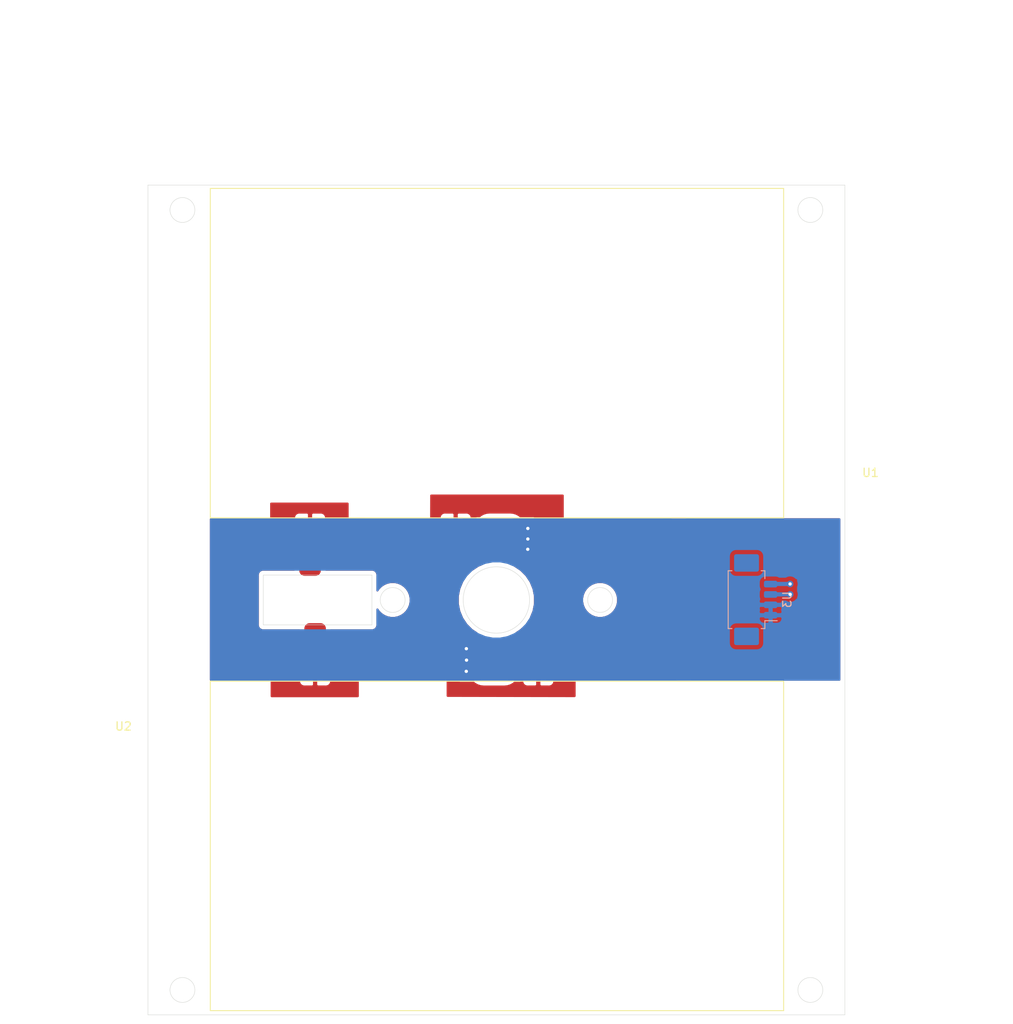
<source format=kicad_pcb>
(kicad_pcb (version 20171130) (host pcbnew "(5.1.9-0-10_14)")

  (general
    (thickness 1.6)
    (drawings 27)
    (tracks 24)
    (zones 0)
    (modules 3)
    (nets 3)
  )

  (page A4)
  (title_block
    (title "OwlSat Solar Panel (X/Y no RBF)")
    (date 2021-08-12)
    (rev 4)
    (company "SEDS Rice")
    (comment 1 "See \"OwlSat Solar Panel (X/Y with RBF)\" for PCB with RBF pin.")
    (comment 2 "See \"OwlSat Solar Panel (Z) for Z-face PCB.")
  )

  (layers
    (0 F.Cu signal)
    (31 B.Cu signal)
    (32 B.Adhes user)
    (33 F.Adhes user)
    (34 B.Paste user)
    (35 F.Paste user)
    (36 B.SilkS user)
    (37 F.SilkS user)
    (38 B.Mask user)
    (39 F.Mask user)
    (40 Dwgs.User user)
    (41 Cmts.User user)
    (42 Eco1.User user)
    (43 Eco2.User user)
    (44 Edge.Cuts user)
    (45 Margin user)
    (46 B.CrtYd user)
    (47 F.CrtYd user)
    (48 B.Fab user)
    (49 F.Fab user)
  )

  (setup
    (last_trace_width 0.25)
    (user_trace_width 0.5)
    (trace_clearance 0.2)
    (zone_clearance 0.508)
    (zone_45_only no)
    (trace_min 0.2)
    (via_size 0.8)
    (via_drill 0.4)
    (via_min_size 0.4)
    (via_min_drill 0.3)
    (uvia_size 0.3)
    (uvia_drill 0.1)
    (uvias_allowed no)
    (uvia_min_size 0.2)
    (uvia_min_drill 0.1)
    (edge_width 0.05)
    (segment_width 0.2)
    (pcb_text_width 0.3)
    (pcb_text_size 1.5 1.5)
    (mod_edge_width 0.12)
    (mod_text_size 1 1)
    (mod_text_width 0.15)
    (pad_size 1.524 1.524)
    (pad_drill 0.762)
    (pad_to_mask_clearance 0)
    (aux_axis_origin 0 0)
    (visible_elements FFFFFF7F)
    (pcbplotparams
      (layerselection 0x010fc_ffffffff)
      (usegerberextensions true)
      (usegerberattributes true)
      (usegerberadvancedattributes true)
      (creategerberjobfile true)
      (excludeedgelayer true)
      (linewidth 0.100000)
      (plotframeref false)
      (viasonmask false)
      (mode 1)
      (useauxorigin false)
      (hpglpennumber 1)
      (hpglpenspeed 20)
      (hpglpendiameter 15.000000)
      (psnegative false)
      (psa4output false)
      (plotreference true)
      (plotvalue true)
      (plotinvisibletext false)
      (padsonsilk false)
      (subtractmaskfromsilk false)
      (outputformat 1)
      (mirror false)
      (drillshape 0)
      (scaleselection 1)
      (outputdirectory "OwlSat_X:Y_USB/"))
  )

  (net 0 "")
  (net 1 "Net-(U1-Pad1)")
  (net 2 "Net-(U1-Pad2)")

  (net_class Default "This is the default net class."
    (clearance 0.2)
    (trace_width 0.25)
    (via_dia 0.8)
    (via_drill 0.4)
    (uvia_dia 0.3)
    (uvia_drill 0.1)
    (add_net "Net-(U1-Pad1)")
    (add_net "Net-(U1-Pad2)")
  )

  (module Battery:Spectrolab_XTE-SF_Solar_Cell (layer F.Cu) (tedit 60EDEB11) (tstamp 61155376)
    (at 183.23 85.01 180)
    (path /611554CA)
    (fp_text reference U1 (at -10.47 5.44) (layer F.SilkS)
      (effects (font (size 1 1) (thickness 0.15)))
    )
    (fp_text value Spectrolab_XTE-SF_Solar_Cells (at -13.44 -5.52) (layer F.Fab)
      (effects (font (size 1 1) (thickness 0.15)))
    )
    (fp_line (start 0 0) (end 69.1 0) (layer F.SilkS) (width 0.12))
    (fp_line (start 69.1 0) (end 69.1 39.7) (layer F.SilkS) (width 0.12))
    (fp_line (start 69.1 39.7) (end 0 39.7) (layer F.SilkS) (width 0.12))
    (fp_line (start 0 39.7) (end 0 0) (layer F.SilkS) (width 0.12))
    (pad 4 smd roundrect (at 57.08 -3.5 180) (size 2.6 7) (layers F.Cu F.Paste F.Mask) (roundrect_rratio 0.25)
      (net 1 "Net-(U1-Pad1)"))
    (pad 3 smd roundrect (at 39.53 -3.5 180) (size 2.6 7) (layers F.Cu F.Paste F.Mask) (roundrect_rratio 0.25)
      (net 1 "Net-(U1-Pad1)"))
    (pad 2 smd roundrect (at 34.2 -2.62 180) (size 5 5.25) (layers F.Cu F.Paste F.Mask) (roundrect_rratio 0.25)
      (net 2 "Net-(U1-Pad2)"))
    (pad 1 smd roundrect (at 12.63 -3.5 180) (size 2.6 7) (layers F.Cu F.Paste F.Mask) (roundrect_rratio 0.25)
      (net 1 "Net-(U1-Pad1)"))
  )

  (module Battery:Spectrolab_XTE-SF_Solar_Cell (layer F.Cu) (tedit 60EDEB11) (tstamp 61155382)
    (at 114.13 104.7)
    (path /6115468C)
    (fp_text reference U2 (at -10.47 5.44) (layer F.SilkS)
      (effects (font (size 1 1) (thickness 0.15)))
    )
    (fp_text value Spectrolab_XTE-SF_Solar_Cells (at -13.44 -5.52) (layer F.Fab)
      (effects (font (size 1 1) (thickness 0.15)))
    )
    (fp_line (start 0 39.7) (end 0 0) (layer F.SilkS) (width 0.12))
    (fp_line (start 69.1 39.7) (end 0 39.7) (layer F.SilkS) (width 0.12))
    (fp_line (start 69.1 0) (end 69.1 39.7) (layer F.SilkS) (width 0.12))
    (fp_line (start 0 0) (end 69.1 0) (layer F.SilkS) (width 0.12))
    (pad 1 smd roundrect (at 12.63 -3.5) (size 2.6 7) (layers F.Cu F.Paste F.Mask) (roundrect_rratio 0.25)
      (net 1 "Net-(U1-Pad1)"))
    (pad 2 smd roundrect (at 34.2 -2.62) (size 5 5.25) (layers F.Cu F.Paste F.Mask) (roundrect_rratio 0.25)
      (net 2 "Net-(U1-Pad2)"))
    (pad 3 smd roundrect (at 39.53 -3.5) (size 2.6 7) (layers F.Cu F.Paste F.Mask) (roundrect_rratio 0.25)
      (net 1 "Net-(U1-Pad1)"))
    (pad 4 smd roundrect (at 57.08 -3.5) (size 2.6 7) (layers F.Cu F.Paste F.Mask) (roundrect_rratio 0.25)
      (net 1 "Net-(U1-Pad1)"))
  )

  (module Connector_Molex:Molex_PicoBlade_53261-0471_1x04-1MP_P1.25mm_Horizontal (layer B.Cu) (tedit 5B78AD89) (tstamp 611553AB)
    (at 179.26 94.87 90)
    (descr "Molex PicoBlade series connector, 53261-0471 (http://www.molex.com/pdm_docs/sd/532610271_sd.pdf), generated with kicad-footprint-generator")
    (tags "connector Molex PicoBlade top entry")
    (path /6115C32C)
    (attr smd)
    (fp_text reference U3 (at 0 4.4 -90) (layer B.SilkS)
      (effects (font (size 1 1) (thickness 0.15)) (justify mirror))
    )
    (fp_text value PicoBlade_Connector (at 0 -3.8 -90) (layer B.Fab)
      (effects (font (size 1 1) (thickness 0.15)) (justify mirror))
    )
    (fp_line (start -3.375 1.6) (end 3.375 1.6) (layer B.Fab) (width 0.1))
    (fp_line (start -3.485 1.26) (end -3.485 1.71) (layer B.SilkS) (width 0.12))
    (fp_line (start -3.485 1.71) (end -2.535 1.71) (layer B.SilkS) (width 0.12))
    (fp_line (start -2.535 1.71) (end -2.535 3.2) (layer B.SilkS) (width 0.12))
    (fp_line (start 3.485 1.26) (end 3.485 1.71) (layer B.SilkS) (width 0.12))
    (fp_line (start 3.485 1.71) (end 2.535 1.71) (layer B.SilkS) (width 0.12))
    (fp_line (start -3.485 -2.26) (end -3.485 -2.71) (layer B.SilkS) (width 0.12))
    (fp_line (start -3.485 -2.71) (end 3.485 -2.71) (layer B.SilkS) (width 0.12))
    (fp_line (start 3.485 -2.71) (end 3.485 -2.26) (layer B.SilkS) (width 0.12))
    (fp_line (start -3.375 -2.6) (end 3.375 -2.6) (layer B.Fab) (width 0.1))
    (fp_line (start -3.375 1.6) (end -3.375 -2.6) (layer B.Fab) (width 0.1))
    (fp_line (start 3.375 1.6) (end 3.375 -2.6) (layer B.Fab) (width 0.1))
    (fp_line (start -3.375 0.6) (end -4.875 0.6) (layer B.Fab) (width 0.1))
    (fp_line (start -4.875 0.6) (end -5.075 0.4) (layer B.Fab) (width 0.1))
    (fp_line (start -5.075 0.4) (end -5.075 -1.4) (layer B.Fab) (width 0.1))
    (fp_line (start -5.075 -1.4) (end -4.875 -1.6) (layer B.Fab) (width 0.1))
    (fp_line (start -4.875 -1.6) (end -4.875 -2.2) (layer B.Fab) (width 0.1))
    (fp_line (start -4.875 -2.2) (end -3.375 -2.2) (layer B.Fab) (width 0.1))
    (fp_line (start 3.375 0.6) (end 4.875 0.6) (layer B.Fab) (width 0.1))
    (fp_line (start 4.875 0.6) (end 5.075 0.4) (layer B.Fab) (width 0.1))
    (fp_line (start 5.075 0.4) (end 5.075 -1.4) (layer B.Fab) (width 0.1))
    (fp_line (start 5.075 -1.4) (end 4.875 -1.6) (layer B.Fab) (width 0.1))
    (fp_line (start 4.875 -1.6) (end 4.875 -2.2) (layer B.Fab) (width 0.1))
    (fp_line (start 4.875 -2.2) (end 3.375 -2.2) (layer B.Fab) (width 0.1))
    (fp_line (start -5.98 3.7) (end -5.98 -3.1) (layer B.CrtYd) (width 0.05))
    (fp_line (start -5.98 -3.1) (end 5.98 -3.1) (layer B.CrtYd) (width 0.05))
    (fp_line (start 5.98 -3.1) (end 5.98 3.7) (layer B.CrtYd) (width 0.05))
    (fp_line (start 5.98 3.7) (end -5.98 3.7) (layer B.CrtYd) (width 0.05))
    (fp_line (start -2.375 1.6) (end -1.875 0.892893) (layer B.Fab) (width 0.1))
    (fp_line (start -1.875 0.892893) (end -1.375 1.6) (layer B.Fab) (width 0.1))
    (fp_text user %R (at 0 -1.9 -90) (layer B.Fab)
      (effects (font (size 1 1) (thickness 0.15)) (justify mirror))
    )
    (pad 1 smd roundrect (at -1.875 2.4 90) (size 0.8 1.6) (layers B.Cu B.Paste B.Mask) (roundrect_rratio 0.25)
      (net 2 "Net-(U1-Pad2)"))
    (pad 2 smd roundrect (at -0.625 2.4 90) (size 0.8 1.6) (layers B.Cu B.Paste B.Mask) (roundrect_rratio 0.25)
      (net 2 "Net-(U1-Pad2)"))
    (pad 3 smd roundrect (at 0.625 2.4 90) (size 0.8 1.6) (layers B.Cu B.Paste B.Mask) (roundrect_rratio 0.25)
      (net 1 "Net-(U1-Pad1)"))
    (pad 4 smd roundrect (at 1.875 2.4 90) (size 0.8 1.6) (layers B.Cu B.Paste B.Mask) (roundrect_rratio 0.25)
      (net 1 "Net-(U1-Pad1)"))
    (pad MP smd roundrect (at -4.425 -0.5 90) (size 2.1 3) (layers B.Cu B.Paste B.Mask) (roundrect_rratio 0.1190471428571429))
    (pad MP smd roundrect (at 4.425 -0.5 90) (size 2.1 3) (layers B.Cu B.Paste B.Mask) (roundrect_rratio 0.1190471428571429))
    (model ${KISYS3DMOD}/Connector_Molex.3dshapes/Molex_PicoBlade_53261-0471_1x04-1MP_P1.25mm_Horizontal.wrl
      (at (xyz 0 0 0))
      (scale (xyz 1 1 1))
      (rotate (xyz 0 0 0))
    )
  )

  (gr_line (start 120.51 91.91) (end 120.51 97.91) (layer Edge.Cuts) (width 0.05) (tstamp 613BD3DE))
  (gr_line (start 133.61 91.91) (end 120.51 91.91) (layer Edge.Cuts) (width 0.05))
  (gr_line (start 133.61 97.91) (end 133.61 91.91) (layer Edge.Cuts) (width 0.05))
  (gr_line (start 120.51 97.91) (end 133.61 97.91) (layer Edge.Cuts) (width 0.05))
  (dimension 47 (width 0.15) (layer Dwgs.User)
    (gr_text "47.000 mm" (at 135.66 121.41 90) (layer Dwgs.User)
      (effects (font (size 1 1) (thickness 0.15)))
    )
    (feature1 (pts (xy 120.51 97.91) (xy 134.946421 97.91)))
    (feature2 (pts (xy 120.51 144.91) (xy 134.946421 144.91)))
    (crossbar (pts (xy 134.36 144.91) (xy 134.36 97.91)))
    (arrow1a (pts (xy 134.36 97.91) (xy 134.946421 99.036504)))
    (arrow1b (pts (xy 134.36 97.91) (xy 133.773579 99.036504)))
    (arrow2a (pts (xy 134.36 144.91) (xy 134.946421 143.783496)))
    (arrow2b (pts (xy 134.36 144.91) (xy 133.773579 143.783496)))
  )
  (dimension 13.9 (width 0.15) (layer Dwgs.User)
    (gr_text "13.900 mm" (at 113.56 23.3) (layer Dwgs.User)
      (effects (font (size 1 1) (thickness 0.15)))
    )
    (feature1 (pts (xy 120.51 144.91) (xy 120.51 24.013579)))
    (feature2 (pts (xy 106.61 144.91) (xy 106.61 24.013579)))
    (crossbar (pts (xy 106.61 24.6) (xy 120.51 24.6)))
    (arrow1a (pts (xy 120.51 24.6) (xy 119.383496 25.186421)))
    (arrow1b (pts (xy 120.51 24.6) (xy 119.383496 24.013579)))
    (arrow2a (pts (xy 106.61 24.6) (xy 107.736504 25.186421)))
    (arrow2b (pts (xy 106.61 24.6) (xy 107.736504 24.013579)))
  )
  (gr_circle (center 186.45 141.91) (end 187.95 141.91) (layer Edge.Cuts) (width 0.05))
  (gr_circle (center 186.45 47.91) (end 187.95 47.91) (layer Edge.Cuts) (width 0.05))
  (gr_circle (center 110.77 47.91) (end 112.27 47.91) (layer Edge.Cuts) (width 0.05))
  (gr_circle (center 110.77 141.91) (end 112.27 141.89) (layer Edge.Cuts) (width 0.05))
  (dimension 4.16 (width 0.15) (layer Dwgs.User)
    (gr_text "4.160 mm" (at 188.53 30.07) (layer Dwgs.User)
      (effects (font (size 1 1) (thickness 0.15)))
    )
    (feature1 (pts (xy 186.45 144.91) (xy 186.45 30.783579)))
    (feature2 (pts (xy 190.61 144.91) (xy 190.61 30.783579)))
    (crossbar (pts (xy 190.61 31.37) (xy 186.45 31.37)))
    (arrow1a (pts (xy 186.45 31.37) (xy 187.576504 30.783579)))
    (arrow1b (pts (xy 186.45 31.37) (xy 187.576504 31.956421)))
    (arrow2a (pts (xy 190.61 31.37) (xy 189.483496 30.783579)))
    (arrow2b (pts (xy 190.61 31.37) (xy 189.483496 31.956421)))
  )
  (dimension 4.16 (width 0.15) (layer Dwgs.User)
    (gr_text "4.160 mm" (at 108.69 32.98) (layer Dwgs.User)
      (effects (font (size 1 1) (thickness 0.15)))
    )
    (feature1 (pts (xy 110.77 144.91) (xy 110.77 33.693579)))
    (feature2 (pts (xy 106.61 144.91) (xy 106.61 33.693579)))
    (crossbar (pts (xy 106.61 34.28) (xy 110.77 34.28)))
    (arrow1a (pts (xy 110.77 34.28) (xy 109.643496 34.866421)))
    (arrow1b (pts (xy 110.77 34.28) (xy 109.643496 33.693579)))
    (arrow2a (pts (xy 106.61 34.28) (xy 107.736504 34.866421)))
    (arrow2b (pts (xy 106.61 34.28) (xy 107.736504 33.693579)))
  )
  (gr_circle (center 136.11 94.91) (end 137.61 94.91) (layer Edge.Cuts) (width 0.05))
  (gr_circle (center 161.11 94.91) (end 162.61 94.91) (layer Edge.Cuts) (width 0.05))
  (dimension 29.5 (width 0.15) (layer Dwgs.User)
    (gr_text "29.500 mm" (at 175.86 93.61) (layer Dwgs.User)
      (effects (font (size 1 1) (thickness 0.15)))
    )
    (feature1 (pts (xy 161.11 94.91) (xy 161.11 94.323579)))
    (feature2 (pts (xy 190.61 94.91) (xy 190.61 94.323579)))
    (crossbar (pts (xy 190.61 94.91) (xy 161.11 94.91)))
    (arrow1a (pts (xy 161.11 94.91) (xy 162.236504 94.323579)))
    (arrow1b (pts (xy 161.11 94.91) (xy 162.236504 95.496421)))
    (arrow2a (pts (xy 190.61 94.91) (xy 189.483496 94.323579)))
    (arrow2b (pts (xy 190.61 94.91) (xy 189.483496 95.496421)))
  )
  (dimension 29.5 (width 0.15) (layer Dwgs.User)
    (gr_text "29.500 mm" (at 121.36 96.21) (layer Dwgs.User)
      (effects (font (size 1 1) (thickness 0.15)))
    )
    (feature1 (pts (xy 136.11 94.91) (xy 136.11 95.496421)))
    (feature2 (pts (xy 106.61 94.91) (xy 106.61 95.496421)))
    (crossbar (pts (xy 106.61 94.91) (xy 136.11 94.91)))
    (arrow1a (pts (xy 136.11 94.91) (xy 134.983496 95.496421)))
    (arrow1b (pts (xy 136.11 94.91) (xy 134.983496 94.323579)))
    (arrow2a (pts (xy 106.61 94.91) (xy 107.736504 95.496421)))
    (arrow2b (pts (xy 106.61 94.91) (xy 107.736504 94.323579)))
  )
  (gr_circle (center 148.61 94.91) (end 152.61 94.91) (layer Edge.Cuts) (width 0.05))
  (dimension 42 (width 0.15) (layer Dwgs.User)
    (gr_text "42.000 mm" (at 127.61 146.67) (layer Dwgs.User)
      (effects (font (size 1 1) (thickness 0.15)))
    )
    (feature1 (pts (xy 148.61 24.58) (xy 148.61 145.956421)))
    (feature2 (pts (xy 106.61 24.58) (xy 106.61 145.956421)))
    (crossbar (pts (xy 106.61 145.37) (xy 148.61 145.37)))
    (arrow1a (pts (xy 148.61 145.37) (xy 147.483496 145.956421)))
    (arrow1b (pts (xy 148.61 145.37) (xy 147.483496 144.783579)))
    (arrow2a (pts (xy 106.61 145.37) (xy 107.736504 145.956421)))
    (arrow2b (pts (xy 106.61 145.37) (xy 107.736504 144.783579)))
  )
  (dimension 50 (width 0.15) (layer Dwgs.User)
    (gr_text "50.000 mm" (at 209.52 69.91 270) (layer Dwgs.User)
      (effects (font (size 1 1) (thickness 0.15)))
    )
    (feature1 (pts (xy 106.61 94.91) (xy 208.806421 94.91)))
    (feature2 (pts (xy 106.61 44.91) (xy 208.806421 44.91)))
    (crossbar (pts (xy 208.22 44.91) (xy 208.22 94.91)))
    (arrow1a (pts (xy 208.22 94.91) (xy 207.633579 93.783496)))
    (arrow1b (pts (xy 208.22 94.91) (xy 208.806421 93.783496)))
    (arrow2a (pts (xy 208.22 44.91) (xy 207.633579 46.036504)))
    (arrow2b (pts (xy 208.22 44.91) (xy 208.806421 46.036504)))
  )
  (dimension 3 (width 0.15) (layer Dwgs.User)
    (gr_text "3.000 mm" (at 195.58 143.41 90) (layer Dwgs.User)
      (effects (font (size 1 1) (thickness 0.15)))
    )
    (feature1 (pts (xy 190.61 141.91) (xy 194.866421 141.91)))
    (feature2 (pts (xy 190.61 144.91) (xy 194.866421 144.91)))
    (crossbar (pts (xy 194.28 144.91) (xy 194.28 141.91)))
    (arrow1a (pts (xy 194.28 141.91) (xy 194.866421 143.036504)))
    (arrow1b (pts (xy 194.28 141.91) (xy 193.693579 143.036504)))
    (arrow2a (pts (xy 194.28 144.91) (xy 194.866421 143.783496)))
    (arrow2b (pts (xy 194.28 144.91) (xy 193.693579 143.783496)))
  )
  (dimension 3 (width 0.15) (layer Dwgs.User)
    (gr_text "3.000 mm" (at 103.21 143.41 90) (layer Dwgs.User)
      (effects (font (size 1 1) (thickness 0.15)))
    )
    (feature1 (pts (xy 106.61 141.91) (xy 103.923579 141.91)))
    (feature2 (pts (xy 106.61 144.91) (xy 103.923579 144.91)))
    (crossbar (pts (xy 104.51 144.91) (xy 104.51 141.91)))
    (arrow1a (pts (xy 104.51 141.91) (xy 105.096421 143.036504)))
    (arrow1b (pts (xy 104.51 141.91) (xy 103.923579 143.036504)))
    (arrow2a (pts (xy 104.51 144.91) (xy 105.096421 143.783496)))
    (arrow2b (pts (xy 104.51 144.91) (xy 103.923579 143.783496)))
  )
  (dimension 3 (width 0.15) (layer Dwgs.User)
    (gr_text "3.000 mm" (at 194.06 46.41 270) (layer Dwgs.User)
      (effects (font (size 1 1) (thickness 0.15)))
    )
    (feature1 (pts (xy 190.61 47.91) (xy 193.346421 47.91)))
    (feature2 (pts (xy 190.61 44.91) (xy 193.346421 44.91)))
    (crossbar (pts (xy 192.76 44.91) (xy 192.76 47.91)))
    (arrow1a (pts (xy 192.76 47.91) (xy 192.173579 46.783496)))
    (arrow1b (pts (xy 192.76 47.91) (xy 193.346421 46.783496)))
    (arrow2a (pts (xy 192.76 44.91) (xy 192.173579 46.036504)))
    (arrow2b (pts (xy 192.76 44.91) (xy 193.346421 46.036504)))
  )
  (dimension 3 (width 0.15) (layer Dwgs.User)
    (gr_text "3.000 mm" (at 101.37 46.41 270) (layer Dwgs.User)
      (effects (font (size 1 1) (thickness 0.15)))
    )
    (feature1 (pts (xy 106.61 47.91) (xy 102.083579 47.91)))
    (feature2 (pts (xy 106.61 44.91) (xy 102.083579 44.91)))
    (crossbar (pts (xy 102.67 44.91) (xy 102.67 47.91)))
    (arrow1a (pts (xy 102.67 47.91) (xy 102.083579 46.783496)))
    (arrow1b (pts (xy 102.67 47.91) (xy 103.256421 46.783496)))
    (arrow2a (pts (xy 102.67 44.91) (xy 102.083579 46.036504)))
    (arrow2b (pts (xy 102.67 44.91) (xy 103.256421 46.036504)))
  )
  (gr_line (start 106.61 144.91) (end 106.61 44.91) (layer Edge.Cuts) (width 0.05) (tstamp 61155489))
  (gr_line (start 190.61 144.91) (end 106.61 144.91) (layer Edge.Cuts) (width 0.05))
  (gr_line (start 190.61 44.91) (end 190.61 144.91) (layer Edge.Cuts) (width 0.05))
  (gr_line (start 106.61 44.91) (end 190.61 44.91) (layer Edge.Cuts) (width 0.05))

  (via (at 184.01 92.98) (size 0.8) (drill 0.4) (layers F.Cu B.Cu) (net 1))
  (via (at 184.02 94.23) (size 0.8) (drill 0.4) (layers F.Cu B.Cu) (net 1))
  (segment (start 181.675 92.98) (end 181.66 92.995) (width 0.5) (layer B.Cu) (net 1))
  (segment (start 184.01 92.98) (end 181.675 92.98) (width 0.5) (layer B.Cu) (net 1))
  (segment (start 181.675 94.23) (end 181.66 94.245) (width 0.5) (layer B.Cu) (net 1))
  (segment (start 184.02 94.23) (end 181.675 94.23) (width 0.5) (layer B.Cu) (net 1))
  (via (at 152.39 88.8) (size 0.8) (drill 0.4) (layers F.Cu B.Cu) (net 2))
  (via (at 152.4 87.56) (size 0.8) (drill 0.4) (layers F.Cu B.Cu) (net 2))
  (via (at 152.4 86.29) (size 0.8) (drill 0.4) (layers F.Cu B.Cu) (net 2))
  (via (at 144.99 100.78) (size 0.8) (drill 0.4) (layers F.Cu B.Cu) (net 2))
  (via (at 145.01 102.16) (size 0.8) (drill 0.4) (layers F.Cu B.Cu) (net 2))
  (via (at 144.98 103.51) (size 0.8) (drill 0.4) (layers F.Cu B.Cu) (net 2))
  (segment (start 147.03 100.78) (end 148.33 102.08) (width 0.5) (layer F.Cu) (net 2))
  (segment (start 144.99 100.78) (end 147.03 100.78) (width 0.5) (layer F.Cu) (net 2))
  (segment (start 148.25 102.16) (end 148.33 102.08) (width 0.5) (layer F.Cu) (net 2))
  (segment (start 145.01 102.16) (end 148.25 102.16) (width 0.5) (layer F.Cu) (net 2))
  (segment (start 146.9 103.51) (end 148.33 102.08) (width 0.5) (layer F.Cu) (net 2))
  (segment (start 144.98 103.51) (end 146.9 103.51) (width 0.5) (layer F.Cu) (net 2))
  (segment (start 150.37 86.29) (end 149.03 87.63) (width 0.5) (layer F.Cu) (net 2))
  (segment (start 152.4 86.29) (end 150.37 86.29) (width 0.5) (layer F.Cu) (net 2))
  (segment (start 149.1 87.56) (end 149.03 87.63) (width 0.5) (layer F.Cu) (net 2))
  (segment (start 152.4 87.56) (end 149.1 87.56) (width 0.5) (layer F.Cu) (net 2))
  (segment (start 150.2 88.8) (end 149.03 87.63) (width 0.5) (layer F.Cu) (net 2))
  (segment (start 152.39 88.8) (end 150.2 88.8) (width 0.5) (layer F.Cu) (net 2))

  (zone (net 0) (net_name "") (layer F.Cu) (tstamp 0) (hatch edge 0.508)
    (connect_pads (clearance 0.508))
    (min_thickness 0.254)
    (keepout (tracks allowed) (vias allowed) (copperpour not_allowed))
    (fill (arc_segments 32) (thermal_gap 0.508) (thermal_bridge_width 0.508))
    (polygon
      (pts
        (xy 151.5 104.77) (xy 144.19 104.77) (xy 144.19 99) (xy 151.5 99)
      )
    )
  )
  (zone (net 0) (net_name "") (layer F.Cu) (tstamp 0) (hatch edge 0.508)
    (connect_pads (clearance 0.508))
    (min_thickness 0.254)
    (keepout (tracks allowed) (vias allowed) (copperpour not_allowed))
    (fill (arc_segments 32) (thermal_gap 0.508) (thermal_bridge_width 0.508))
    (polygon
      (pts
        (xy 153.14 90.49) (xy 146.21 90.49) (xy 146.21 84.94) (xy 153.14 84.94)
      )
    )
  )
  (zone (net 0) (net_name "") (layer B.Cu) (tstamp 0) (hatch edge 0.508)
    (connect_pads (clearance 0.508))
    (min_thickness 0.254)
    (keepout (tracks allowed) (vias allowed) (copperpour not_allowed))
    (fill (arc_segments 32) (thermal_gap 0.508) (thermal_bridge_width 0.508))
    (polygon
      (pts
        (xy 184.85 94.75) (xy 180.78 94.75) (xy 180.78 92.4) (xy 184.85 92.4)
      )
    )
  )
  (zone (net 1) (net_name "Net-(U1-Pad1)") (layer F.Cu) (tstamp 613CCFB7) (hatch edge 0.508)
    (connect_pads (clearance 0.508))
    (min_thickness 0.254)
    (fill yes (arc_segments 32) (thermal_gap 0.508) (thermal_bridge_width 0.508))
    (polygon
      (pts
        (xy 190.58 104.64) (xy 114.07 104.64) (xy 114.07 85.07) (xy 190.58 85.06)
      )
    )
    (filled_polygon
      (pts
        (xy 146.083 85.443879) (xy 146.035649 85.532466) (xy 145.928207 85.886655) (xy 145.891928 86.255) (xy 145.891928 89.005)
        (xy 145.928207 89.373345) (xy 146.035649 89.727534) (xy 146.083 89.816121) (xy 146.083 90.49) (xy 146.08544 90.514776)
        (xy 146.092667 90.538601) (xy 146.104403 90.560557) (xy 146.120197 90.579803) (xy 146.139443 90.595597) (xy 146.161399 90.607333)
        (xy 146.185224 90.61456) (xy 146.21 90.617) (xy 146.803677 90.617) (xy 146.403863 90.782608) (xy 145.641039 91.292311)
        (xy 145.63739 91.29596) (xy 145.635 88.79575) (xy 145.47625 88.637) (xy 143.827 88.637) (xy 143.827 92.48625)
        (xy 143.98575 92.645) (xy 144.520856 92.646621) (xy 144.482608 92.703863) (xy 144.131519 93.551468) (xy 143.952535 94.45128)
        (xy 143.952535 95.36872) (xy 144.131519 96.268532) (xy 144.482608 97.116137) (xy 144.992311 97.878961) (xy 145.641039 98.527689)
        (xy 146.157833 98.873) (xy 144.19 98.873) (xy 144.165224 98.87544) (xy 144.141399 98.882667) (xy 144.119443 98.894403)
        (xy 144.100197 98.910197) (xy 144.084403 98.929443) (xy 144.072667 98.951399) (xy 144.06544 98.975224) (xy 144.063 99)
        (xy 144.063 100.313391) (xy 143.994774 100.478102) (xy 143.955 100.678061) (xy 143.955 100.881939) (xy 143.994774 101.081898)
        (xy 144.063 101.246609) (xy 144.063 101.741675) (xy 144.014774 101.858102) (xy 143.975 102.058061) (xy 143.975 102.261939)
        (xy 144.014774 102.461898) (xy 144.063 102.578325) (xy 144.063 103.019437) (xy 144.062795 103.019744) (xy 143.984774 103.208102)
        (xy 143.945 103.408061) (xy 143.945 103.611939) (xy 143.984774 103.811898) (xy 144.062795 104.000256) (xy 144.063 104.000563)
        (xy 144.063 104.513) (xy 128.697893 104.513) (xy 128.695 101.48575) (xy 128.53625 101.327) (xy 126.887 101.327)
        (xy 126.887 101.347) (xy 126.633 101.347) (xy 126.633 101.327) (xy 124.98375 101.327) (xy 124.825 101.48575)
        (xy 124.822107 104.513) (xy 114.197 104.513) (xy 114.197 91.91) (xy 119.846807 91.91) (xy 119.85 91.942419)
        (xy 119.850001 97.877571) (xy 119.846807 97.91) (xy 119.85955 98.039383) (xy 119.89729 98.163793) (xy 119.958575 98.27845)
        (xy 120.041052 98.378948) (xy 120.14155 98.461425) (xy 120.256207 98.52271) (xy 120.380617 98.56045) (xy 120.477581 98.57)
        (xy 120.51 98.573193) (xy 120.542419 98.57) (xy 124.822759 98.57) (xy 124.825 100.91425) (xy 124.98375 101.073)
        (xy 126.633 101.073) (xy 126.633 98.57) (xy 126.887 98.57) (xy 126.887 101.073) (xy 128.53625 101.073)
        (xy 128.695 100.91425) (xy 128.697241 98.57) (xy 133.577581 98.57) (xy 133.61 98.573193) (xy 133.642419 98.57)
        (xy 133.739383 98.56045) (xy 133.863793 98.52271) (xy 133.97845 98.461425) (xy 134.078948 98.378948) (xy 134.161425 98.27845)
        (xy 134.22271 98.163793) (xy 134.26045 98.039383) (xy 134.273193 97.91) (xy 134.27 97.877581) (xy 134.27 96.061247)
        (xy 134.424837 96.292977) (xy 134.727023 96.595163) (xy 135.082355 96.832588) (xy 135.477179 96.99613) (xy 135.896323 97.079503)
        (xy 136.323677 97.079503) (xy 136.742821 96.99613) (xy 137.137645 96.832588) (xy 137.492977 96.595163) (xy 137.795163 96.292977)
        (xy 138.032588 95.937645) (xy 138.19613 95.542821) (xy 138.279503 95.123677) (xy 138.279503 94.696323) (xy 138.19613 94.277179)
        (xy 138.032588 93.882355) (xy 137.795163 93.527023) (xy 137.492977 93.224837) (xy 137.137645 92.987412) (xy 136.742821 92.82387)
        (xy 136.323677 92.740497) (xy 135.896323 92.740497) (xy 135.477179 92.82387) (xy 135.082355 92.987412) (xy 134.727023 93.224837)
        (xy 134.424837 93.527023) (xy 134.27 93.758753) (xy 134.27 92.01) (xy 141.761928 92.01) (xy 141.774188 92.134482)
        (xy 141.810498 92.25418) (xy 141.869463 92.364494) (xy 141.948815 92.461185) (xy 142.045506 92.540537) (xy 142.15582 92.599502)
        (xy 142.275518 92.635812) (xy 142.4 92.648072) (xy 143.41425 92.645) (xy 143.573 92.48625) (xy 143.573 88.637)
        (xy 141.92375 88.637) (xy 141.765 88.79575) (xy 141.761928 92.01) (xy 134.27 92.01) (xy 134.27 91.942419)
        (xy 134.273193 91.91) (xy 134.26045 91.780617) (xy 134.22271 91.656207) (xy 134.161425 91.54155) (xy 134.078948 91.441052)
        (xy 133.97845 91.358575) (xy 133.863793 91.29729) (xy 133.739383 91.25955) (xy 133.642419 91.25) (xy 133.61 91.246807)
        (xy 133.577581 91.25) (xy 128.087346 91.25) (xy 128.085 88.79575) (xy 127.92625 88.637) (xy 126.277 88.637)
        (xy 126.277 91.25) (xy 126.023 91.25) (xy 126.023 88.637) (xy 124.37375 88.637) (xy 124.215 88.79575)
        (xy 124.212654 91.25) (xy 120.542419 91.25) (xy 120.51 91.246807) (xy 120.477581 91.25) (xy 120.380617 91.25955)
        (xy 120.256207 91.29729) (xy 120.14155 91.358575) (xy 120.041052 91.441052) (xy 119.958575 91.54155) (xy 119.89729 91.656207)
        (xy 119.85955 91.780617) (xy 119.846807 91.91) (xy 114.197 91.91) (xy 114.197 85.196983) (xy 124.212105 85.195674)
        (xy 124.215 88.22425) (xy 124.37375 88.383) (xy 126.023 88.383) (xy 126.023 88.363) (xy 126.277 88.363)
        (xy 126.277 88.383) (xy 127.92625 88.383) (xy 128.085 88.22425) (xy 128.087895 85.195168) (xy 141.762103 85.19338)
        (xy 141.765 88.22425) (xy 141.92375 88.383) (xy 143.573 88.383) (xy 143.573 88.363) (xy 143.827 88.363)
        (xy 143.827 88.383) (xy 145.47625 88.383) (xy 145.635 88.22425) (xy 145.637897 85.192874) (xy 146.083 85.192816)
      )
    )
    (filled_polygon
      (pts
        (xy 189.950001 104.513) (xy 173.147893 104.513) (xy 173.145 101.48575) (xy 172.98625 101.327) (xy 171.337 101.327)
        (xy 171.337 101.347) (xy 171.083 101.347) (xy 171.083 101.327) (xy 169.43375 101.327) (xy 169.275 101.48575)
        (xy 169.272107 104.513) (xy 155.597893 104.513) (xy 155.595 101.48575) (xy 155.43625 101.327) (xy 153.787 101.327)
        (xy 153.787 101.347) (xy 153.533 101.347) (xy 153.533 101.327) (xy 151.88375 101.327) (xy 151.725 101.48575)
        (xy 151.722107 104.513) (xy 151.627 104.513) (xy 151.627 99) (xy 151.62456 98.975224) (xy 151.617333 98.951399)
        (xy 151.605597 98.929443) (xy 151.589803 98.910197) (xy 151.570557 98.894403) (xy 151.548601 98.882667) (xy 151.524776 98.87544)
        (xy 151.5 98.873) (xy 151.062167 98.873) (xy 151.578961 98.527689) (xy 151.722582 98.384068) (xy 151.725 100.91425)
        (xy 151.88375 101.073) (xy 153.533 101.073) (xy 153.533 97.22375) (xy 153.787 97.22375) (xy 153.787 101.073)
        (xy 155.43625 101.073) (xy 155.595 100.91425) (xy 155.598072 97.7) (xy 169.271928 97.7) (xy 169.275 100.91425)
        (xy 169.43375 101.073) (xy 171.083 101.073) (xy 171.083 97.22375) (xy 171.337 97.22375) (xy 171.337 101.073)
        (xy 172.98625 101.073) (xy 173.145 100.91425) (xy 173.148072 97.7) (xy 173.135812 97.575518) (xy 173.099502 97.45582)
        (xy 173.040537 97.345506) (xy 172.961185 97.248815) (xy 172.864494 97.169463) (xy 172.75418 97.110498) (xy 172.634482 97.074188)
        (xy 172.51 97.061928) (xy 171.49575 97.065) (xy 171.337 97.22375) (xy 171.083 97.22375) (xy 170.92425 97.065)
        (xy 169.91 97.061928) (xy 169.785518 97.074188) (xy 169.66582 97.110498) (xy 169.555506 97.169463) (xy 169.458815 97.248815)
        (xy 169.379463 97.345506) (xy 169.320498 97.45582) (xy 169.284188 97.575518) (xy 169.271928 97.7) (xy 155.598072 97.7)
        (xy 155.585812 97.575518) (xy 155.549502 97.45582) (xy 155.490537 97.345506) (xy 155.411185 97.248815) (xy 155.314494 97.169463)
        (xy 155.20418 97.110498) (xy 155.084482 97.074188) (xy 154.96 97.061928) (xy 153.94575 97.065) (xy 153.787 97.22375)
        (xy 153.533 97.22375) (xy 153.37425 97.065) (xy 152.759345 97.063138) (xy 153.088481 96.268532) (xy 153.267465 95.36872)
        (xy 153.267465 94.696323) (xy 158.940497 94.696323) (xy 158.940497 95.123677) (xy 159.02387 95.542821) (xy 159.187412 95.937645)
        (xy 159.424837 96.292977) (xy 159.727023 96.595163) (xy 160.082355 96.832588) (xy 160.477179 96.99613) (xy 160.896323 97.079503)
        (xy 161.323677 97.079503) (xy 161.742821 96.99613) (xy 162.137645 96.832588) (xy 162.492977 96.595163) (xy 162.795163 96.292977)
        (xy 163.032588 95.937645) (xy 163.19613 95.542821) (xy 163.279503 95.123677) (xy 163.279503 94.696323) (xy 163.19613 94.277179)
        (xy 163.032588 93.882355) (xy 162.795163 93.527023) (xy 162.492977 93.224837) (xy 162.137645 92.987412) (xy 161.742821 92.82387)
        (xy 161.323677 92.740497) (xy 160.896323 92.740497) (xy 160.477179 92.82387) (xy 160.082355 92.987412) (xy 159.727023 93.224837)
        (xy 159.424837 93.527023) (xy 159.187412 93.882355) (xy 159.02387 94.277179) (xy 158.940497 94.696323) (xy 153.267465 94.696323)
        (xy 153.267465 94.45128) (xy 153.088481 93.551468) (xy 152.737392 92.703863) (xy 152.273768 92.01) (xy 168.661928 92.01)
        (xy 168.674188 92.134482) (xy 168.710498 92.25418) (xy 168.769463 92.364494) (xy 168.848815 92.461185) (xy 168.945506 92.540537)
        (xy 169.05582 92.599502) (xy 169.175518 92.635812) (xy 169.3 92.648072) (xy 170.31425 92.645) (xy 170.473 92.48625)
        (xy 170.473 88.637) (xy 170.727 88.637) (xy 170.727 92.48625) (xy 170.88575 92.645) (xy 171.9 92.648072)
        (xy 172.024482 92.635812) (xy 172.14418 92.599502) (xy 172.254494 92.540537) (xy 172.351185 92.461185) (xy 172.430537 92.364494)
        (xy 172.489502 92.25418) (xy 172.525812 92.134482) (xy 172.538072 92.01) (xy 172.535 88.79575) (xy 172.37625 88.637)
        (xy 170.727 88.637) (xy 170.473 88.637) (xy 168.82375 88.637) (xy 168.665 88.79575) (xy 168.661928 92.01)
        (xy 152.273768 92.01) (xy 152.227689 91.941039) (xy 151.578961 91.292311) (xy 150.840105 90.798623) (xy 151.002534 90.749351)
        (xy 151.250145 90.617) (xy 153.14 90.617) (xy 153.164776 90.61456) (xy 153.188601 90.607333) (xy 153.210557 90.595597)
        (xy 153.229803 90.579803) (xy 153.245597 90.560557) (xy 153.257333 90.538601) (xy 153.26456 90.514776) (xy 153.267 90.49)
        (xy 153.267 89.350427) (xy 153.307205 89.290256) (xy 153.385226 89.101898) (xy 153.425 88.901939) (xy 153.425 88.698061)
        (xy 153.385226 88.498102) (xy 153.307205 88.309744) (xy 153.267 88.249573) (xy 153.267 88.125393) (xy 153.317205 88.050256)
        (xy 153.395226 87.861898) (xy 153.435 87.661939) (xy 153.435 87.458061) (xy 153.395226 87.258102) (xy 153.317205 87.069744)
        (xy 153.267 86.994607) (xy 153.267 86.855393) (xy 153.317205 86.780256) (xy 153.395226 86.591898) (xy 153.435 86.391939)
        (xy 153.435 86.188061) (xy 153.395226 85.988102) (xy 153.317205 85.799744) (xy 153.267 85.724607) (xy 153.267 85.191877)
        (xy 168.6621 85.189865) (xy 168.665 88.22425) (xy 168.82375 88.383) (xy 170.473 88.383) (xy 170.473 88.363)
        (xy 170.727 88.363) (xy 170.727 88.383) (xy 172.37625 88.383) (xy 172.535 88.22425) (xy 172.537901 85.189358)
        (xy 189.95 85.187083)
      )
    )
  )
  (zone (net 2) (net_name "Net-(U1-Pad2)") (layer B.Cu) (tstamp 613CCFB4) (hatch edge 0.508)
    (connect_pads (clearance 0.508))
    (min_thickness 0.254)
    (fill yes (arc_segments 32) (thermal_gap 0.508) (thermal_bridge_width 0.508))
    (polygon
      (pts
        (xy 190.58 104.64) (xy 114.07 104.64) (xy 114.07 85.07) (xy 190.58 85.06)
      )
    )
    (filled_polygon
      (pts
        (xy 189.950001 104.513) (xy 114.197 104.513) (xy 114.197 91.91) (xy 119.846807 91.91) (xy 119.85 91.942419)
        (xy 119.850001 97.877571) (xy 119.846807 97.91) (xy 119.85955 98.039383) (xy 119.89729 98.163793) (xy 119.958575 98.27845)
        (xy 120.041052 98.378948) (xy 120.14155 98.461425) (xy 120.256207 98.52271) (xy 120.380617 98.56045) (xy 120.477581 98.57)
        (xy 120.51 98.573193) (xy 120.542419 98.57) (xy 133.577581 98.57) (xy 133.61 98.573193) (xy 133.642419 98.57)
        (xy 133.739383 98.56045) (xy 133.863793 98.52271) (xy 133.97845 98.461425) (xy 134.078948 98.378948) (xy 134.161425 98.27845)
        (xy 134.22271 98.163793) (xy 134.26045 98.039383) (xy 134.273193 97.91) (xy 134.27 97.877581) (xy 134.27 96.061247)
        (xy 134.424837 96.292977) (xy 134.727023 96.595163) (xy 135.082355 96.832588) (xy 135.477179 96.99613) (xy 135.896323 97.079503)
        (xy 136.323677 97.079503) (xy 136.742821 96.99613) (xy 137.137645 96.832588) (xy 137.492977 96.595163) (xy 137.795163 96.292977)
        (xy 138.032588 95.937645) (xy 138.19613 95.542821) (xy 138.279503 95.123677) (xy 138.279503 94.696323) (xy 138.230761 94.45128)
        (xy 143.952535 94.45128) (xy 143.952535 95.36872) (xy 144.131519 96.268532) (xy 144.482608 97.116137) (xy 144.992311 97.878961)
        (xy 145.641039 98.527689) (xy 146.403863 99.037392) (xy 147.251468 99.388481) (xy 148.15128 99.567465) (xy 149.06872 99.567465)
        (xy 149.968532 99.388481) (xy 150.816137 99.037392) (xy 151.578961 98.527689) (xy 151.611651 98.494999) (xy 176.621928 98.494999)
        (xy 176.621928 100.095001) (xy 176.638992 100.268255) (xy 176.689528 100.434851) (xy 176.771595 100.588387) (xy 176.882038 100.722962)
        (xy 177.016613 100.833405) (xy 177.170149 100.915472) (xy 177.336745 100.966008) (xy 177.509999 100.983072) (xy 180.010001 100.983072)
        (xy 180.183255 100.966008) (xy 180.349851 100.915472) (xy 180.503387 100.833405) (xy 180.637962 100.722962) (xy 180.748405 100.588387)
        (xy 180.830472 100.434851) (xy 180.881008 100.268255) (xy 180.898072 100.095001) (xy 180.898072 98.494999) (xy 180.881008 98.321745)
        (xy 180.830472 98.155149) (xy 180.748405 98.001613) (xy 180.637962 97.867038) (xy 180.503387 97.756595) (xy 180.349851 97.674528)
        (xy 180.183255 97.623992) (xy 180.010001 97.606928) (xy 177.509999 97.606928) (xy 177.336745 97.623992) (xy 177.170149 97.674528)
        (xy 177.016613 97.756595) (xy 176.882038 97.867038) (xy 176.771595 98.001613) (xy 176.689528 98.155149) (xy 176.638992 98.321745)
        (xy 176.621928 98.494999) (xy 151.611651 98.494999) (xy 152.227689 97.878961) (xy 152.718106 97.145) (xy 180.221928 97.145)
        (xy 180.234188 97.269482) (xy 180.270498 97.38918) (xy 180.329463 97.499494) (xy 180.408815 97.596185) (xy 180.505506 97.675537)
        (xy 180.61582 97.734502) (xy 180.735518 97.770812) (xy 180.86 97.783072) (xy 181.37425 97.78) (xy 181.533 97.62125)
        (xy 181.533 96.872) (xy 181.787 96.872) (xy 181.787 97.62125) (xy 181.94575 97.78) (xy 182.46 97.783072)
        (xy 182.584482 97.770812) (xy 182.70418 97.734502) (xy 182.814494 97.675537) (xy 182.911185 97.596185) (xy 182.990537 97.499494)
        (xy 183.049502 97.38918) (xy 183.085812 97.269482) (xy 183.098072 97.145) (xy 183.095 97.03075) (xy 182.93625 96.872)
        (xy 181.787 96.872) (xy 181.533 96.872) (xy 180.38375 96.872) (xy 180.225 97.03075) (xy 180.221928 97.145)
        (xy 152.718106 97.145) (xy 152.737392 97.116137) (xy 153.088481 96.268532) (xy 153.267465 95.36872) (xy 153.267465 94.696323)
        (xy 158.940497 94.696323) (xy 158.940497 95.123677) (xy 159.02387 95.542821) (xy 159.187412 95.937645) (xy 159.424837 96.292977)
        (xy 159.727023 96.595163) (xy 160.082355 96.832588) (xy 160.477179 96.99613) (xy 160.896323 97.079503) (xy 161.323677 97.079503)
        (xy 161.742821 96.99613) (xy 162.137645 96.832588) (xy 162.492977 96.595163) (xy 162.795163 96.292977) (xy 163.032588 95.937645)
        (xy 163.050252 95.895) (xy 180.221928 95.895) (xy 180.234188 96.019482) (xy 180.26468 96.12) (xy 180.234188 96.220518)
        (xy 180.221928 96.345) (xy 180.225 96.45925) (xy 180.38375 96.618) (xy 181.533 96.618) (xy 181.533 95.622)
        (xy 181.787 95.622) (xy 181.787 96.618) (xy 182.93625 96.618) (xy 183.095 96.45925) (xy 183.098072 96.345)
        (xy 183.085812 96.220518) (xy 183.05532 96.12) (xy 183.085812 96.019482) (xy 183.098072 95.895) (xy 183.095 95.78075)
        (xy 182.93625 95.622) (xy 181.787 95.622) (xy 181.533 95.622) (xy 180.38375 95.622) (xy 180.225 95.78075)
        (xy 180.221928 95.895) (xy 163.050252 95.895) (xy 163.19613 95.542821) (xy 163.279503 95.123677) (xy 163.279503 94.696323)
        (xy 163.19613 94.277179) (xy 163.032588 93.882355) (xy 162.795163 93.527023) (xy 162.492977 93.224837) (xy 162.137645 92.987412)
        (xy 161.742821 92.82387) (xy 161.597682 92.795) (xy 180.221928 92.795) (xy 180.221928 93.195) (xy 180.238031 93.3585)
        (xy 180.285722 93.515716) (xy 180.341463 93.62) (xy 180.285722 93.724284) (xy 180.238031 93.8815) (xy 180.221928 94.045)
        (xy 180.221928 94.445) (xy 180.238031 94.6085) (xy 180.285722 94.765716) (xy 180.300855 94.794027) (xy 180.270498 94.85082)
        (xy 180.234188 94.970518) (xy 180.221928 95.095) (xy 180.225 95.20925) (xy 180.38375 95.368) (xy 181.533 95.368)
        (xy 181.533 95.348) (xy 181.787 95.348) (xy 181.787 95.368) (xy 182.93625 95.368) (xy 183.095 95.20925)
        (xy 183.097534 95.115) (xy 183.481546 95.115) (xy 183.529744 95.147205) (xy 183.718102 95.225226) (xy 183.918061 95.265)
        (xy 184.121939 95.265) (xy 184.321898 95.225226) (xy 184.510256 95.147205) (xy 184.679774 95.033937) (xy 184.823937 94.889774)
        (xy 184.832472 94.877) (xy 184.85 94.877) (xy 184.874776 94.87456) (xy 184.898601 94.867333) (xy 184.920557 94.855597)
        (xy 184.939803 94.839803) (xy 184.955597 94.820557) (xy 184.967333 94.798601) (xy 184.97456 94.774776) (xy 184.977 94.75)
        (xy 184.977 94.624183) (xy 185.015226 94.531898) (xy 185.055 94.331939) (xy 185.055 94.128061) (xy 185.015226 93.928102)
        (xy 184.977 93.835817) (xy 184.977 93.350041) (xy 185.005226 93.281898) (xy 185.045 93.081939) (xy 185.045 92.878061)
        (xy 185.005226 92.678102) (xy 184.977 92.609959) (xy 184.977 92.4) (xy 184.97456 92.375224) (xy 184.967333 92.351399)
        (xy 184.955597 92.329443) (xy 184.939803 92.310197) (xy 184.920557 92.294403) (xy 184.898601 92.282667) (xy 184.874776 92.27544)
        (xy 184.85 92.273) (xy 184.766711 92.273) (xy 184.669774 92.176063) (xy 184.500256 92.062795) (xy 184.311898 91.984774)
        (xy 184.111939 91.945) (xy 183.908061 91.945) (xy 183.708102 91.984774) (xy 183.519744 92.062795) (xy 183.471546 92.095)
        (xy 182.719679 92.095) (xy 182.580716 92.020722) (xy 182.4235 91.973031) (xy 182.26 91.956928) (xy 181.06 91.956928)
        (xy 180.8965 91.973031) (xy 180.739284 92.020722) (xy 180.594392 92.098169) (xy 180.467394 92.202394) (xy 180.363169 92.329392)
        (xy 180.285722 92.474284) (xy 180.238031 92.6315) (xy 180.221928 92.795) (xy 161.597682 92.795) (xy 161.323677 92.740497)
        (xy 160.896323 92.740497) (xy 160.477179 92.82387) (xy 160.082355 92.987412) (xy 159.727023 93.224837) (xy 159.424837 93.527023)
        (xy 159.187412 93.882355) (xy 159.02387 94.277179) (xy 158.940497 94.696323) (xy 153.267465 94.696323) (xy 153.267465 94.45128)
        (xy 153.088481 93.551468) (xy 152.737392 92.703863) (xy 152.227689 91.941039) (xy 151.578961 91.292311) (xy 150.816137 90.782608)
        (xy 149.968532 90.431519) (xy 149.06872 90.252535) (xy 148.15128 90.252535) (xy 147.251468 90.431519) (xy 146.403863 90.782608)
        (xy 145.641039 91.292311) (xy 144.992311 91.941039) (xy 144.482608 92.703863) (xy 144.131519 93.551468) (xy 143.952535 94.45128)
        (xy 138.230761 94.45128) (xy 138.19613 94.277179) (xy 138.032588 93.882355) (xy 137.795163 93.527023) (xy 137.492977 93.224837)
        (xy 137.137645 92.987412) (xy 136.742821 92.82387) (xy 136.323677 92.740497) (xy 135.896323 92.740497) (xy 135.477179 92.82387)
        (xy 135.082355 92.987412) (xy 134.727023 93.224837) (xy 134.424837 93.527023) (xy 134.27 93.758753) (xy 134.27 91.942419)
        (xy 134.273193 91.91) (xy 134.26045 91.780617) (xy 134.22271 91.656207) (xy 134.161425 91.54155) (xy 134.078948 91.441052)
        (xy 133.97845 91.358575) (xy 133.863793 91.29729) (xy 133.739383 91.25955) (xy 133.642419 91.25) (xy 133.61 91.246807)
        (xy 133.577581 91.25) (xy 120.542419 91.25) (xy 120.51 91.246807) (xy 120.477581 91.25) (xy 120.380617 91.25955)
        (xy 120.256207 91.29729) (xy 120.14155 91.358575) (xy 120.041052 91.441052) (xy 119.958575 91.54155) (xy 119.89729 91.656207)
        (xy 119.85955 91.780617) (xy 119.846807 91.91) (xy 114.197 91.91) (xy 114.197 89.644999) (xy 176.621928 89.644999)
        (xy 176.621928 91.245001) (xy 176.638992 91.418255) (xy 176.689528 91.584851) (xy 176.771595 91.738387) (xy 176.882038 91.872962)
        (xy 177.016613 91.983405) (xy 177.170149 92.065472) (xy 177.336745 92.116008) (xy 177.509999 92.133072) (xy 180.010001 92.133072)
        (xy 180.183255 92.116008) (xy 180.349851 92.065472) (xy 180.503387 91.983405) (xy 180.637962 91.872962) (xy 180.748405 91.738387)
        (xy 180.830472 91.584851) (xy 180.881008 91.418255) (xy 180.898072 91.245001) (xy 180.898072 89.644999) (xy 180.881008 89.471745)
        (xy 180.830472 89.305149) (xy 180.748405 89.151613) (xy 180.637962 89.017038) (xy 180.503387 88.906595) (xy 180.349851 88.824528)
        (xy 180.183255 88.773992) (xy 180.010001 88.756928) (xy 177.509999 88.756928) (xy 177.336745 88.773992) (xy 177.170149 88.824528)
        (xy 177.016613 88.906595) (xy 176.882038 89.017038) (xy 176.771595 89.151613) (xy 176.689528 89.305149) (xy 176.638992 89.471745)
        (xy 176.621928 89.644999) (xy 114.197 89.644999) (xy 114.197 85.196983) (xy 189.95 85.187083)
      )
    )
  )
  (zone (net 1) (net_name "Net-(U1-Pad1)") (layer F.Cu) (tstamp 613CCFB1) (hatch edge 0.508)
    (connect_pads (clearance 0.508))
    (min_thickness 0.254)
    (fill yes (arc_segments 32) (thermal_gap 0.508) (thermal_bridge_width 0.508))
    (polygon
      (pts
        (xy 156.73 85.3) (xy 140.62 85.31) (xy 140.63 82.2) (xy 156.73 82.2)
      )
    )
    (filled_polygon
      (pts
        (xy 156.603 85.173079) (xy 153.267 85.17515) (xy 153.267 84.94) (xy 153.26456 84.915224) (xy 153.257333 84.891399)
        (xy 153.245597 84.869443) (xy 153.229803 84.850197) (xy 153.210557 84.834403) (xy 153.188601 84.822667) (xy 153.164776 84.81544)
        (xy 153.14 84.813) (xy 151.484773 84.813) (xy 151.328957 84.685126) (xy 151.002534 84.510649) (xy 150.648345 84.403207)
        (xy 150.28 84.366928) (xy 147.78 84.366928) (xy 147.411655 84.403207) (xy 147.057466 84.510649) (xy 146.731043 84.685126)
        (xy 146.575227 84.813) (xy 146.21 84.813) (xy 146.185224 84.81544) (xy 146.161399 84.822667) (xy 146.139443 84.834403)
        (xy 146.120197 84.850197) (xy 146.104403 84.869443) (xy 146.092667 84.891399) (xy 146.08544 84.915224) (xy 146.083 84.94)
        (xy 146.083 85.179609) (xy 145.63791 85.179885) (xy 145.638072 85.01) (xy 145.625812 84.885518) (xy 145.589502 84.76582)
        (xy 145.530537 84.655506) (xy 145.451185 84.558815) (xy 145.354494 84.479463) (xy 145.24418 84.420498) (xy 145.124482 84.384188)
        (xy 145 84.371928) (xy 143.98575 84.375) (xy 143.827 84.53375) (xy 143.827 85.181009) (xy 143.573 85.181167)
        (xy 143.573 84.53375) (xy 143.41425 84.375) (xy 142.4 84.371928) (xy 142.275518 84.384188) (xy 142.15582 84.420498)
        (xy 142.045506 84.479463) (xy 141.948815 84.558815) (xy 141.869463 84.655506) (xy 141.810498 84.76582) (xy 141.774188 84.885518)
        (xy 141.761928 85.01) (xy 141.762093 85.182291) (xy 140.747409 85.182921) (xy 140.756592 82.327) (xy 156.603 82.327)
      )
    )
  )
  (zone (net 1) (net_name "Net-(U1-Pad1)") (layer F.Cu) (tstamp 613CCFAE) (hatch edge 0.508)
    (connect_pads (clearance 0.508))
    (min_thickness 0.254)
    (fill yes (arc_segments 32) (thermal_gap 0.508) (thermal_bridge_width 0.508))
    (polygon
      (pts
        (xy 158.16 106.62) (xy 142.61 106.59) (xy 142.61 104.42) (xy 158.16 104.42)
      )
    )
    (filled_polygon
      (pts
        (xy 144.063 104.77) (xy 144.06544 104.794776) (xy 144.072667 104.818601) (xy 144.084403 104.840557) (xy 144.100197 104.859803)
        (xy 144.119443 104.875597) (xy 144.141399 104.887333) (xy 144.165224 104.89456) (xy 144.19 104.897) (xy 145.875227 104.897)
        (xy 146.031043 105.024874) (xy 146.357466 105.199351) (xy 146.711655 105.306793) (xy 147.08 105.343072) (xy 149.58 105.343072)
        (xy 149.948345 105.306793) (xy 150.302534 105.199351) (xy 150.628957 105.024874) (xy 150.784773 104.897) (xy 151.5 104.897)
        (xy 151.524776 104.89456) (xy 151.548601 104.887333) (xy 151.570557 104.875597) (xy 151.589803 104.859803) (xy 151.605597 104.840557)
        (xy 151.617333 104.818601) (xy 151.62456 104.794776) (xy 151.627 104.77) (xy 151.627 104.547) (xy 151.722074 104.547)
        (xy 151.721928 104.7) (xy 151.734188 104.824482) (xy 151.770498 104.94418) (xy 151.829463 105.054494) (xy 151.908815 105.151185)
        (xy 152.005506 105.230537) (xy 152.11582 105.289502) (xy 152.235518 105.325812) (xy 152.36 105.338072) (xy 153.37425 105.335)
        (xy 153.533 105.17625) (xy 153.533 104.547) (xy 153.787 104.547) (xy 153.787 105.17625) (xy 153.94575 105.335)
        (xy 154.96 105.338072) (xy 155.084482 105.325812) (xy 155.20418 105.289502) (xy 155.314494 105.230537) (xy 155.411185 105.151185)
        (xy 155.490537 105.054494) (xy 155.549502 104.94418) (xy 155.585812 104.824482) (xy 155.598072 104.7) (xy 155.597926 104.547)
        (xy 158.033 104.547) (xy 158.033 106.492755) (xy 142.737 106.463245) (xy 142.737 104.547) (xy 144.063 104.547)
      )
    )
  )
  (zone (net 1) (net_name "Net-(U1-Pad1)") (layer F.Cu) (tstamp 613CCFAB) (hatch edge 0.508)
    (connect_pads (clearance 0.508))
    (min_thickness 0.254)
    (fill yes (arc_segments 32) (thermal_gap 0.508) (thermal_bridge_width 0.508))
    (polygon
      (pts
        (xy 132.03 106.63) (xy 121.4 106.63) (xy 121.4 104.07) (xy 132.03 104.06)
      )
    )
    (filled_polygon
      (pts
        (xy 131.903 106.503) (xy 121.527 106.503) (xy 121.527 104.196881) (xy 124.822412 104.193781) (xy 124.821928 104.7)
        (xy 124.834188 104.824482) (xy 124.870498 104.94418) (xy 124.929463 105.054494) (xy 125.008815 105.151185) (xy 125.105506 105.230537)
        (xy 125.21582 105.289502) (xy 125.335518 105.325812) (xy 125.46 105.338072) (xy 126.47425 105.335) (xy 126.633 105.17625)
        (xy 126.633 104.192078) (xy 126.887 104.191839) (xy 126.887 105.17625) (xy 127.04575 105.335) (xy 128.06 105.338072)
        (xy 128.184482 105.325812) (xy 128.30418 105.289502) (xy 128.414494 105.230537) (xy 128.511185 105.151185) (xy 128.590537 105.054494)
        (xy 128.649502 104.94418) (xy 128.685812 104.824482) (xy 128.698072 104.7) (xy 128.697585 104.190135) (xy 131.903 104.18712)
      )
    )
  )
  (zone (net 1) (net_name "Net-(U1-Pad1)") (layer F.Cu) (tstamp 613CCFA8) (hatch edge 0.508)
    (connect_pads (clearance 0.508))
    (min_thickness 0.254)
    (fill yes (arc_segments 32) (thermal_gap 0.508) (thermal_bridge_width 0.508))
    (polygon
      (pts
        (xy 130.8 85.95) (xy 121.34 85.95) (xy 121.34 83.17) (xy 130.8 83.17)
      )
    )
    (filled_polygon
      (pts
        (xy 130.673 85.823) (xy 128.087295 85.823) (xy 128.088072 85.01) (xy 128.075812 84.885518) (xy 128.039502 84.76582)
        (xy 127.980537 84.655506) (xy 127.901185 84.558815) (xy 127.804494 84.479463) (xy 127.69418 84.420498) (xy 127.574482 84.384188)
        (xy 127.45 84.371928) (xy 126.43575 84.375) (xy 126.277 84.53375) (xy 126.277 85.823) (xy 126.023 85.823)
        (xy 126.023 84.53375) (xy 125.86425 84.375) (xy 124.85 84.371928) (xy 124.725518 84.384188) (xy 124.60582 84.420498)
        (xy 124.495506 84.479463) (xy 124.398815 84.558815) (xy 124.319463 84.655506) (xy 124.260498 84.76582) (xy 124.224188 84.885518)
        (xy 124.211928 85.01) (xy 124.212705 85.823) (xy 121.467 85.823) (xy 121.467 83.297) (xy 130.673 83.297)
      )
    )
  )
)

</source>
